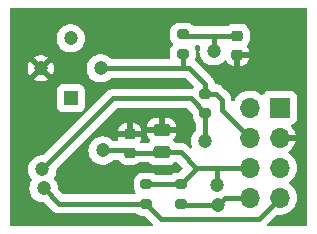
<source format=gbr>
%TF.GenerationSoftware,KiCad,Pcbnew,7.0.2*%
%TF.CreationDate,2023-05-24T09:21:19+02:00*%
%TF.ProjectId,PCB_Ewine,5043425f-4577-4696-9e65-2e6b69636164,rev?*%
%TF.SameCoordinates,Original*%
%TF.FileFunction,Copper,L2,Bot*%
%TF.FilePolarity,Positive*%
%FSLAX46Y46*%
G04 Gerber Fmt 4.6, Leading zero omitted, Abs format (unit mm)*
G04 Created by KiCad (PCBNEW 7.0.2) date 2023-05-24 09:21:19*
%MOMM*%
%LPD*%
G01*
G04 APERTURE LIST*
G04 Aperture macros list*
%AMRoundRect*
0 Rectangle with rounded corners*
0 $1 Rounding radius*
0 $2 $3 $4 $5 $6 $7 $8 $9 X,Y pos of 4 corners*
0 Add a 4 corners polygon primitive as box body*
4,1,4,$2,$3,$4,$5,$6,$7,$8,$9,$2,$3,0*
0 Add four circle primitives for the rounded corners*
1,1,$1+$1,$2,$3*
1,1,$1+$1,$4,$5*
1,1,$1+$1,$6,$7*
1,1,$1+$1,$8,$9*
0 Add four rect primitives between the rounded corners*
20,1,$1+$1,$2,$3,$4,$5,0*
20,1,$1+$1,$4,$5,$6,$7,0*
20,1,$1+$1,$6,$7,$8,$9,0*
20,1,$1+$1,$8,$9,$2,$3,0*%
G04 Aperture macros list end*
%TA.AperFunction,ComponentPad*%
%ADD10R,1.198000X1.198000*%
%TD*%
%TA.AperFunction,ComponentPad*%
%ADD11C,1.198000*%
%TD*%
%TA.AperFunction,ComponentPad*%
%ADD12R,1.700000X1.700000*%
%TD*%
%TA.AperFunction,ComponentPad*%
%ADD13O,1.700000X1.700000*%
%TD*%
%TA.AperFunction,SMDPad,CuDef*%
%ADD14RoundRect,0.225000X0.250000X-0.225000X0.250000X0.225000X-0.250000X0.225000X-0.250000X-0.225000X0*%
%TD*%
%TA.AperFunction,SMDPad,CuDef*%
%ADD15RoundRect,0.200000X0.275000X-0.200000X0.275000X0.200000X-0.275000X0.200000X-0.275000X-0.200000X0*%
%TD*%
%TA.AperFunction,SMDPad,CuDef*%
%ADD16RoundRect,0.225000X-0.250000X0.225000X-0.250000X-0.225000X0.250000X-0.225000X0.250000X0.225000X0*%
%TD*%
%TA.AperFunction,SMDPad,CuDef*%
%ADD17RoundRect,0.250000X0.475000X-0.250000X0.475000X0.250000X-0.475000X0.250000X-0.475000X-0.250000X0*%
%TD*%
%TA.AperFunction,ViaPad*%
%ADD18C,1.200000*%
%TD*%
%TA.AperFunction,Conductor*%
%ADD19C,0.400000*%
%TD*%
G04 APERTURE END LIST*
D10*
%TO.P,M1,1,SCL/VZ*%
%TO.N,/SCL*%
X135000000Y-42680000D03*
D11*
%TO.P,M1,2,SDA/PWM*%
%TO.N,/SDA*%
X137540000Y-40140000D03*
%TO.P,M1,3,VDD*%
%TO.N,/3.6V*%
X135000000Y-37600000D03*
%TO.P,M1,4,VSS*%
%TO.N,/GND*%
X132460000Y-40140000D03*
%TD*%
D12*
%TO.P,J1,1,Pin_1*%
%TO.N,/5V*%
X152700000Y-43480000D03*
D13*
%TO.P,J1,2,Pin_2*%
%TO.N,/SCL*%
X150160000Y-43480000D03*
%TO.P,J1,3,Pin_3*%
%TO.N,/GND*%
X152700000Y-46020000D03*
%TO.P,J1,4,Pin_4*%
%TO.N,/SDA*%
X150160000Y-46020000D03*
%TO.P,J1,5,Pin_5*%
%TO.N,unconnected-(J1-Pin_5-Pad5)*%
X152700000Y-48560000D03*
%TO.P,J1,6,Pin_6*%
%TO.N,/3.3V*%
X150160000Y-48560000D03*
%TO.P,J1,7,Pin_7*%
%TO.N,/GPIO_IRQ*%
X152700000Y-51100000D03*
%TO.P,J1,8,Pin_8*%
%TO.N,/XSHUT*%
X150160000Y-51100000D03*
%TD*%
D14*
%TO.P,C3,1*%
%TO.N,/3.3V*%
X140000000Y-47275000D03*
%TO.P,C3,2*%
%TO.N,/GND*%
X140000000Y-45725000D03*
%TD*%
D15*
%TO.P,R8,1*%
%TO.N,/SDA_VL*%
X146400000Y-43950000D03*
%TO.P,R8,2*%
%TO.N,/SDA*%
X146400000Y-42300000D03*
%TD*%
%TO.P,R1,1*%
%TO.N,/SDA*%
X144500000Y-38925000D03*
%TO.P,R1,2*%
%TO.N,/3.6V*%
X144500000Y-37275000D03*
%TD*%
%TO.P,R3,1*%
%TO.N,/XSHUT*%
X144300000Y-51625000D03*
%TO.P,R3,2*%
%TO.N,/3.3V*%
X144300000Y-49975000D03*
%TD*%
D16*
%TO.P,C1,1*%
%TO.N,/3.6V*%
X149100000Y-37425000D03*
%TO.P,C1,2*%
%TO.N,/GND*%
X149100000Y-38975000D03*
%TD*%
D17*
%TO.P,C2,1*%
%TO.N,/3.3V*%
X142700000Y-47250000D03*
%TO.P,C2,2*%
%TO.N,/GND*%
X142700000Y-45350000D03*
%TD*%
D15*
%TO.P,R4,1*%
%TO.N,/GPIO_IRQ*%
X141400000Y-51625000D03*
%TO.P,R4,2*%
%TO.N,/3.3V*%
X141400000Y-49975000D03*
%TD*%
D18*
%TO.N,/3.6V*%
X147100000Y-38700000D03*
%TO.N,/GND*%
X137700000Y-49200000D03*
X139600000Y-44100000D03*
%TO.N,/3.3V*%
X137700000Y-47100000D03*
X147400000Y-50000000D03*
%TO.N,/XSHUT*%
X147500000Y-51700000D03*
%TO.N,/GPIO_IRQ*%
X132700000Y-50300000D03*
%TO.N,/SDA_VL*%
X132600000Y-48700000D03*
X146400000Y-46300000D03*
%TD*%
D19*
%TO.N,/SDA*%
X147300000Y-42300000D02*
X147800000Y-42800000D01*
X144500000Y-40140000D02*
X143285000Y-40140000D01*
X143285000Y-40140000D02*
X137540000Y-40140000D01*
X146400000Y-41500000D02*
X145040000Y-40140000D01*
X147800000Y-42800000D02*
X147800000Y-43660000D01*
X146400000Y-42300000D02*
X146400000Y-41500000D01*
X147800000Y-43660000D02*
X150160000Y-46020000D01*
X146400000Y-42300000D02*
X147300000Y-42300000D01*
X144500000Y-38925000D02*
X144500000Y-40140000D01*
X145040000Y-40140000D02*
X144500000Y-40140000D01*
%TO.N,/3.6V*%
X147100000Y-37400000D02*
X149075000Y-37400000D01*
X149075000Y-37400000D02*
X149100000Y-37425000D01*
X144625000Y-37400000D02*
X144500000Y-37275000D01*
X147100000Y-38700000D02*
X147100000Y-37400000D01*
X147100000Y-37400000D02*
X144625000Y-37400000D01*
%TO.N,/3.3V*%
X147400000Y-48560000D02*
X150160000Y-48560000D01*
X144300000Y-49975000D02*
X141400000Y-49975000D01*
X137700000Y-47100000D02*
X139825000Y-47100000D01*
X142700000Y-47250000D02*
X144300000Y-47250000D01*
X147400000Y-48560000D02*
X147400000Y-50000000D01*
X145610000Y-48665000D02*
X144300000Y-49975000D01*
X137875000Y-47275000D02*
X137700000Y-47100000D01*
X139825000Y-47100000D02*
X140000000Y-47275000D01*
X142675000Y-47275000D02*
X142700000Y-47250000D01*
X147400000Y-48560000D02*
X145610000Y-48560000D01*
X145610000Y-48560000D02*
X145610000Y-48665000D01*
X140000000Y-47275000D02*
X142675000Y-47275000D01*
X144300000Y-47250000D02*
X145610000Y-48560000D01*
%TO.N,/XSHUT*%
X148100000Y-51100000D02*
X147500000Y-51700000D01*
X144375000Y-51700000D02*
X144300000Y-51625000D01*
X150160000Y-51100000D02*
X148100000Y-51100000D01*
X147500000Y-51700000D02*
X144375000Y-51700000D01*
%TO.N,/GPIO_IRQ*%
X150900000Y-52900000D02*
X142675000Y-52900000D01*
X152700000Y-51100000D02*
X150900000Y-52900000D01*
X134025000Y-51625000D02*
X132700000Y-50300000D01*
X142675000Y-52900000D02*
X141400000Y-51625000D01*
X141400000Y-51625000D02*
X134025000Y-51625000D01*
%TO.N,/SDA_VL*%
X146400000Y-43950000D02*
X145150000Y-42700000D01*
X146400000Y-43950000D02*
X146400000Y-46300000D01*
X132600000Y-48700000D02*
X138600000Y-42700000D01*
X145150000Y-42700000D02*
X138600000Y-42700000D01*
%TD*%
%TA.AperFunction,Conductor*%
%TO.N,/GND*%
G36*
X154941621Y-35020502D02*
G01*
X154988114Y-35074158D01*
X154999500Y-35126500D01*
X154999500Y-53373500D01*
X154979498Y-53441621D01*
X154925842Y-53488114D01*
X154873500Y-53499500D01*
X151736768Y-53499500D01*
X151668647Y-53479498D01*
X151622154Y-53425842D01*
X151612050Y-53355568D01*
X151641544Y-53290988D01*
X151647660Y-53284417D01*
X152364066Y-52568010D01*
X152426377Y-52533987D01*
X152473896Y-52532826D01*
X152543474Y-52544436D01*
X152579806Y-52550500D01*
X152579808Y-52550500D01*
X152820189Y-52550500D01*
X152820192Y-52550500D01*
X153057297Y-52510934D01*
X153284656Y-52432882D01*
X153496067Y-52318472D01*
X153685764Y-52170825D01*
X153848571Y-51993969D01*
X153980049Y-51792728D01*
X154076610Y-51572591D01*
X154135620Y-51339563D01*
X154155471Y-51100000D01*
X154135620Y-50860437D01*
X154076610Y-50627409D01*
X153980049Y-50407272D01*
X153848571Y-50206031D01*
X153685764Y-50029175D01*
X153557613Y-49929431D01*
X153516143Y-49871807D01*
X153512409Y-49800908D01*
X153547599Y-49739246D01*
X153557614Y-49730568D01*
X153562794Y-49726536D01*
X153685764Y-49630825D01*
X153848571Y-49453969D01*
X153980049Y-49252728D01*
X154076610Y-49032591D01*
X154135620Y-48799563D01*
X154155471Y-48560000D01*
X154135620Y-48320437D01*
X154076610Y-48087409D01*
X153980049Y-47867272D01*
X153848571Y-47666031D01*
X153728434Y-47535527D01*
X153685767Y-47489178D01*
X153685766Y-47489177D01*
X153685764Y-47489175D01*
X153496067Y-47341528D01*
X153496064Y-47341526D01*
X153487828Y-47335116D01*
X153489133Y-47333438D01*
X153448352Y-47292962D01*
X153433001Y-47223645D01*
X153457563Y-47157032D01*
X153481322Y-47132731D01*
X153622903Y-47022533D01*
X153775321Y-46856962D01*
X153898419Y-46668548D01*
X153988822Y-46462451D01*
X154036544Y-46274000D01*
X153131116Y-46274000D01*
X153159493Y-46229844D01*
X153200000Y-46091889D01*
X153200000Y-45948111D01*
X153159493Y-45810156D01*
X153131116Y-45766000D01*
X154036544Y-45766000D01*
X154036544Y-45765999D01*
X153988822Y-45577548D01*
X153898419Y-45371451D01*
X153775321Y-45183037D01*
X153699966Y-45101179D01*
X153668545Y-45037514D01*
X153676532Y-44966968D01*
X153721391Y-44911940D01*
X153744445Y-44899435D01*
X153852841Y-44854536D01*
X153852841Y-44854535D01*
X153852843Y-44854535D01*
X153978282Y-44758282D01*
X154024176Y-44698472D01*
X154074536Y-44632841D01*
X154135044Y-44486762D01*
X154150500Y-44369361D01*
X154150499Y-42590640D01*
X154135044Y-42473238D01*
X154074536Y-42327159D01*
X154074535Y-42327156D01*
X153978282Y-42201717D01*
X153852842Y-42105464D01*
X153706761Y-42044955D01*
X153593448Y-42030038D01*
X153593447Y-42030037D01*
X153589361Y-42029500D01*
X153585239Y-42029500D01*
X151814763Y-42029500D01*
X151814747Y-42029500D01*
X151810640Y-42029501D01*
X151806556Y-42030038D01*
X151806550Y-42030039D01*
X151693239Y-42044955D01*
X151547156Y-42105464D01*
X151421717Y-42201717D01*
X151325463Y-42327158D01*
X151319252Y-42342154D01*
X151274703Y-42397434D01*
X151207340Y-42419854D01*
X151138549Y-42402295D01*
X151125454Y-42393366D01*
X150956071Y-42261531D01*
X150956070Y-42261530D01*
X150956067Y-42261528D01*
X150744656Y-42147118D01*
X150744655Y-42147117D01*
X150744652Y-42147116D01*
X150593083Y-42095083D01*
X150517297Y-42069066D01*
X150280192Y-42029500D01*
X150039808Y-42029500D01*
X149802703Y-42069066D01*
X149802700Y-42069066D01*
X149802700Y-42069067D01*
X149575347Y-42147116D01*
X149363931Y-42261529D01*
X149174232Y-42409178D01*
X149011432Y-42586027D01*
X149011430Y-42586029D01*
X149011429Y-42586031D01*
X148930562Y-42709806D01*
X148879949Y-42787275D01*
X148841887Y-42874049D01*
X148796206Y-42928397D01*
X148728394Y-42949421D01*
X148659980Y-42930445D01*
X148612686Y-42877494D01*
X148600500Y-42823435D01*
X148600500Y-42709808D01*
X148600500Y-42709806D01*
X148592003Y-42672581D01*
X148589642Y-42658679D01*
X148585368Y-42620745D01*
X148572757Y-42584705D01*
X148568852Y-42571147D01*
X148560360Y-42533939D01*
X148543799Y-42499549D01*
X148538392Y-42486495D01*
X148525790Y-42450480D01*
X148525789Y-42450478D01*
X148505482Y-42418159D01*
X148498651Y-42405798D01*
X148482093Y-42371416D01*
X148482092Y-42371415D01*
X148482092Y-42371414D01*
X148458292Y-42341570D01*
X148450122Y-42330054D01*
X148429817Y-42297739D01*
X148393606Y-42261528D01*
X148319984Y-42187906D01*
X148319982Y-42187903D01*
X148071719Y-41939641D01*
X147834252Y-41702174D01*
X147834251Y-41702173D01*
X147802262Y-41670184D01*
X147769936Y-41649872D01*
X147758426Y-41641705D01*
X147728584Y-41617907D01*
X147694204Y-41601350D01*
X147681840Y-41594517D01*
X147649520Y-41574209D01*
X147613498Y-41561604D01*
X147600448Y-41556199D01*
X147566058Y-41539638D01*
X147528845Y-41531144D01*
X147515272Y-41527234D01*
X147479253Y-41514631D01*
X147441327Y-41510357D01*
X147427404Y-41507992D01*
X147390194Y-41499500D01*
X147344954Y-41499500D01*
X147321454Y-41499500D01*
X147253333Y-41479498D01*
X147206840Y-41425842D01*
X147198614Y-41401540D01*
X147192008Y-41372600D01*
X147189641Y-41358677D01*
X147185368Y-41320745D01*
X147172762Y-41284720D01*
X147168851Y-41271144D01*
X147160359Y-41233940D01*
X147152851Y-41218349D01*
X147143795Y-41199545D01*
X147138396Y-41186508D01*
X147125789Y-41150478D01*
X147105478Y-41118153D01*
X147098647Y-41105793D01*
X147082091Y-41071413D01*
X147075721Y-41063426D01*
X147058298Y-41041577D01*
X147050122Y-41030054D01*
X147029817Y-40997739D01*
X146972578Y-40940500D01*
X146902262Y-40870184D01*
X145574252Y-39542174D01*
X145574251Y-39542173D01*
X145558276Y-39526198D01*
X145524251Y-39463887D01*
X145528442Y-39395492D01*
X145560368Y-39304255D01*
X145575500Y-39169954D01*
X145575500Y-38680046D01*
X145560368Y-38545745D01*
X145500789Y-38375478D01*
X145500786Y-38375474D01*
X145498212Y-38368116D01*
X145494592Y-38297211D01*
X145529881Y-38235606D01*
X145592874Y-38202859D01*
X145617141Y-38200500D01*
X145827122Y-38200500D01*
X145895243Y-38220502D01*
X145941736Y-38274158D01*
X145951840Y-38344432D01*
X145948312Y-38360982D01*
X145914885Y-38478461D01*
X145907207Y-38561323D01*
X145894357Y-38700000D01*
X145914885Y-38921536D01*
X145914885Y-38921539D01*
X145914886Y-38921540D01*
X145975770Y-39135527D01*
X146060963Y-39306615D01*
X146074942Y-39334689D01*
X146209019Y-39512236D01*
X146373438Y-39662124D01*
X146373440Y-39662125D01*
X146373441Y-39662126D01*
X146562594Y-39779245D01*
X146562598Y-39779246D01*
X146562599Y-39779247D01*
X146770060Y-39859618D01*
X146988757Y-39900500D01*
X146988759Y-39900500D01*
X147211241Y-39900500D01*
X147211243Y-39900500D01*
X147429940Y-39859618D01*
X147637401Y-39779247D01*
X147637402Y-39779245D01*
X147637405Y-39779245D01*
X147757581Y-39704835D01*
X147826562Y-39662124D01*
X147990981Y-39512236D01*
X147990982Y-39512234D01*
X147999609Y-39504370D01*
X148002387Y-39507417D01*
X148041714Y-39478222D01*
X148112549Y-39473441D01*
X148174725Y-39507714D01*
X148192515Y-39530306D01*
X148271111Y-39657731D01*
X148392268Y-39778888D01*
X148538114Y-39868847D01*
X148700761Y-39922743D01*
X148797971Y-39932674D01*
X148804361Y-39933000D01*
X148846000Y-39933000D01*
X148846000Y-39229000D01*
X149354000Y-39229000D01*
X149354000Y-39933000D01*
X149395639Y-39933000D01*
X149402028Y-39932674D01*
X149499238Y-39922743D01*
X149661885Y-39868847D01*
X149807731Y-39778888D01*
X149928888Y-39657731D01*
X150018847Y-39511885D01*
X150072743Y-39349238D01*
X150082674Y-39252028D01*
X150083000Y-39245638D01*
X150083000Y-39229000D01*
X149354000Y-39229000D01*
X148846000Y-39229000D01*
X148846000Y-38847000D01*
X148866002Y-38778879D01*
X148919658Y-38732386D01*
X148972000Y-38721000D01*
X150083000Y-38721000D01*
X150083000Y-38704361D01*
X150082674Y-38697971D01*
X150072743Y-38600761D01*
X150018847Y-38438115D01*
X149959958Y-38342641D01*
X149941221Y-38274162D01*
X149962480Y-38206423D01*
X149968981Y-38197569D01*
X150049653Y-38097210D01*
X150129433Y-37936349D01*
X150172766Y-37762100D01*
X150175500Y-37721784D01*
X150175500Y-37128216D01*
X150172766Y-37087900D01*
X150129433Y-36913651D01*
X150049653Y-36752790D01*
X150049651Y-36752787D01*
X149937159Y-36612840D01*
X149797212Y-36500348D01*
X149636348Y-36420566D01*
X149462096Y-36377233D01*
X149423930Y-36374645D01*
X149423914Y-36374644D01*
X149421784Y-36374500D01*
X148778216Y-36374500D01*
X148776086Y-36374644D01*
X148776069Y-36374645D01*
X148737903Y-36377233D01*
X148563651Y-36420566D01*
X148402787Y-36500348D01*
X148314015Y-36571706D01*
X148248389Y-36598795D01*
X148235075Y-36599500D01*
X147152031Y-36599500D01*
X147137925Y-36598708D01*
X147100000Y-36594435D01*
X147062075Y-36598708D01*
X147047969Y-36599500D01*
X145483769Y-36599500D01*
X145415648Y-36579498D01*
X145394674Y-36562595D01*
X145277263Y-36445184D01*
X145124521Y-36349210D01*
X144954257Y-36289632D01*
X144823463Y-36274895D01*
X144823456Y-36274894D01*
X144819954Y-36274500D01*
X144180046Y-36274500D01*
X144176544Y-36274894D01*
X144176536Y-36274895D01*
X144045742Y-36289632D01*
X143875478Y-36349210D01*
X143722736Y-36445184D01*
X143595184Y-36572736D01*
X143499210Y-36725478D01*
X143439632Y-36895742D01*
X143431735Y-36965836D01*
X143424500Y-37030046D01*
X143424500Y-37519954D01*
X143424894Y-37523456D01*
X143424895Y-37523463D01*
X143439632Y-37654257D01*
X143499210Y-37824521D01*
X143595184Y-37977263D01*
X143628826Y-38010905D01*
X143662852Y-38073217D01*
X143657787Y-38144032D01*
X143628826Y-38189095D01*
X143595184Y-38222736D01*
X143499210Y-38375478D01*
X143439632Y-38545742D01*
X143437877Y-38561323D01*
X143424500Y-38680046D01*
X143424500Y-39169954D01*
X143424894Y-39173456D01*
X143424895Y-39173463D01*
X143425483Y-39178677D01*
X143427717Y-39198510D01*
X143427817Y-39199392D01*
X143415568Y-39269324D01*
X143367455Y-39321532D01*
X143302609Y-39339500D01*
X138491184Y-39339500D01*
X138423063Y-39319498D01*
X138406298Y-39306615D01*
X138346419Y-39252028D01*
X138265957Y-39178677D01*
X138196268Y-39135527D01*
X138076955Y-39061651D01*
X137973309Y-39021499D01*
X137869665Y-38981347D01*
X137651150Y-38940500D01*
X137428850Y-38940500D01*
X137210335Y-38981347D01*
X137003044Y-39061651D01*
X136814044Y-39178676D01*
X136649760Y-39328441D01*
X136515796Y-39505836D01*
X136416707Y-39704835D01*
X136355872Y-39918645D01*
X136335361Y-40140000D01*
X136355872Y-40361354D01*
X136416707Y-40575164D01*
X136515796Y-40774163D01*
X136582778Y-40862860D01*
X136649761Y-40951560D01*
X136814043Y-41101323D01*
X137003046Y-41218349D01*
X137210335Y-41298653D01*
X137428850Y-41339500D01*
X137428852Y-41339500D01*
X137651148Y-41339500D01*
X137651150Y-41339500D01*
X137869665Y-41298653D01*
X138076954Y-41218349D01*
X138265957Y-41101323D01*
X138406298Y-40973384D01*
X138470116Y-40942274D01*
X138491184Y-40940500D01*
X143240046Y-40940500D01*
X144447969Y-40940500D01*
X144462075Y-40941292D01*
X144500000Y-40945565D01*
X144537924Y-40941292D01*
X144552031Y-40940500D01*
X144656232Y-40940500D01*
X144724353Y-40960502D01*
X144745327Y-40977405D01*
X145374152Y-41606230D01*
X145408178Y-41668542D01*
X145403291Y-41736868D01*
X145403899Y-41737081D01*
X145403115Y-41739319D01*
X145403113Y-41739357D01*
X145403076Y-41739430D01*
X145376349Y-41815809D01*
X145334970Y-41873500D01*
X145268969Y-41899661D01*
X145254390Y-41898694D01*
X145254390Y-41899500D01*
X138509804Y-41899500D01*
X138472595Y-41907992D01*
X138458677Y-41910357D01*
X138439751Y-41912490D01*
X138420740Y-41914632D01*
X138384717Y-41927237D01*
X138371148Y-41931147D01*
X138333938Y-41939641D01*
X138299558Y-41956197D01*
X138286512Y-41961601D01*
X138250477Y-41974211D01*
X138218152Y-41994521D01*
X138205792Y-42001352D01*
X138171412Y-42017909D01*
X138141573Y-42041704D01*
X138130056Y-42049876D01*
X138097736Y-42070185D01*
X132705327Y-47462595D01*
X132643015Y-47496621D01*
X132616232Y-47499500D01*
X132488757Y-47499500D01*
X132342958Y-47526754D01*
X132270059Y-47540382D01*
X132062594Y-47620754D01*
X131873441Y-47737873D01*
X131709018Y-47887765D01*
X131574942Y-48065310D01*
X131475770Y-48264472D01*
X131414886Y-48478459D01*
X131414885Y-48478464D01*
X131394357Y-48700000D01*
X131414885Y-48921536D01*
X131414885Y-48921539D01*
X131414886Y-48921540D01*
X131475770Y-49135527D01*
X131574942Y-49334689D01*
X131692437Y-49490278D01*
X131717527Y-49556694D01*
X131702727Y-49626130D01*
X131692440Y-49642138D01*
X131674943Y-49665309D01*
X131575770Y-49864472D01*
X131528908Y-50029178D01*
X131514885Y-50078464D01*
X131494357Y-50300000D01*
X131514885Y-50521536D01*
X131514885Y-50521539D01*
X131514886Y-50521540D01*
X131575770Y-50735527D01*
X131656186Y-50897023D01*
X131674942Y-50934689D01*
X131809019Y-51112236D01*
X131973438Y-51262124D01*
X131973440Y-51262125D01*
X131973441Y-51262126D01*
X132162594Y-51379245D01*
X132162598Y-51379246D01*
X132162599Y-51379247D01*
X132370060Y-51459618D01*
X132588757Y-51500500D01*
X132716232Y-51500500D01*
X132784353Y-51520502D01*
X132805327Y-51537405D01*
X133522738Y-52254816D01*
X133555054Y-52275122D01*
X133566577Y-52283298D01*
X133588426Y-52300721D01*
X133596413Y-52307091D01*
X133630801Y-52323651D01*
X133643156Y-52330479D01*
X133675478Y-52350789D01*
X133711499Y-52363393D01*
X133724542Y-52368795D01*
X133758939Y-52385360D01*
X133796153Y-52393853D01*
X133809705Y-52397757D01*
X133845745Y-52410368D01*
X133883679Y-52414642D01*
X133897581Y-52417003D01*
X133934806Y-52425500D01*
X133980046Y-52425500D01*
X140541231Y-52425500D01*
X140609352Y-52445502D01*
X140614439Y-52449601D01*
X140622737Y-52454815D01*
X140622738Y-52454816D01*
X140712046Y-52510932D01*
X140775478Y-52550789D01*
X140824698Y-52568012D01*
X140945745Y-52610368D01*
X141080046Y-52625500D01*
X141216232Y-52625500D01*
X141284353Y-52645502D01*
X141305327Y-52662405D01*
X141927327Y-53284405D01*
X141961353Y-53346717D01*
X141956288Y-53417532D01*
X141913741Y-53474368D01*
X141847221Y-53499179D01*
X141838232Y-53499500D01*
X129976500Y-53499500D01*
X129908379Y-53479498D01*
X129861886Y-53425842D01*
X129850500Y-53373500D01*
X129850500Y-43314251D01*
X133800500Y-43314251D01*
X133800501Y-43318360D01*
X133801038Y-43322444D01*
X133801039Y-43322449D01*
X133815955Y-43435760D01*
X133876464Y-43581843D01*
X133972717Y-43707282D01*
X134098157Y-43803535D01*
X134098158Y-43803535D01*
X134098159Y-43803536D01*
X134244238Y-43864044D01*
X134361639Y-43879500D01*
X135638360Y-43879499D01*
X135755762Y-43864044D01*
X135901841Y-43803536D01*
X135901841Y-43803535D01*
X135901843Y-43803535D01*
X136027282Y-43707282D01*
X136123535Y-43581842D01*
X136123534Y-43581842D01*
X136123536Y-43581841D01*
X136184044Y-43435762D01*
X136199500Y-43318361D01*
X136199499Y-42041640D01*
X136184044Y-41924238D01*
X136123536Y-41778159D01*
X136123535Y-41778156D01*
X136027282Y-41652717D01*
X135901842Y-41556464D01*
X135755761Y-41495955D01*
X135642448Y-41481038D01*
X135642447Y-41481037D01*
X135638361Y-41480500D01*
X135634239Y-41480500D01*
X134365763Y-41480500D01*
X134365747Y-41480500D01*
X134361640Y-41480501D01*
X134357556Y-41481038D01*
X134357550Y-41481039D01*
X134244239Y-41495955D01*
X134098156Y-41556464D01*
X133972717Y-41652717D01*
X133876464Y-41778157D01*
X133815955Y-41924238D01*
X133803624Y-42017909D01*
X133800500Y-42041639D01*
X133800500Y-42045759D01*
X133800500Y-42045760D01*
X133800500Y-43314236D01*
X133800500Y-43314251D01*
X129850500Y-43314251D01*
X129850500Y-41081487D01*
X131877721Y-41081487D01*
X131964452Y-41135190D01*
X132155756Y-41209301D01*
X132357423Y-41247000D01*
X132562577Y-41247000D01*
X132764243Y-41209301D01*
X132955548Y-41135189D01*
X133042276Y-41081488D01*
X132460000Y-40499210D01*
X132459999Y-40499210D01*
X131877721Y-41081487D01*
X129850500Y-41081487D01*
X129850500Y-40140000D01*
X131348257Y-40140000D01*
X131367187Y-40344279D01*
X131423330Y-40541605D01*
X131514779Y-40725260D01*
X131515101Y-40725685D01*
X131515102Y-40725686D01*
X132039955Y-40200833D01*
X132115000Y-40200833D01*
X132156612Y-40315161D01*
X132234817Y-40408362D01*
X132340183Y-40469195D01*
X132429817Y-40485000D01*
X132490183Y-40485000D01*
X132579817Y-40469195D01*
X132685183Y-40408362D01*
X132763388Y-40315161D01*
X132805000Y-40200833D01*
X132805000Y-40139999D01*
X132819210Y-40139999D01*
X133404896Y-40725685D01*
X133405224Y-40725253D01*
X133496668Y-40541609D01*
X133552812Y-40344279D01*
X133571742Y-40140000D01*
X133552812Y-39935720D01*
X133496669Y-39738392D01*
X133405221Y-39554743D01*
X133404895Y-39554312D01*
X132819210Y-40139998D01*
X132819210Y-40139999D01*
X132805000Y-40139999D01*
X132805000Y-40079167D01*
X132763388Y-39964839D01*
X132685183Y-39871638D01*
X132579817Y-39810805D01*
X132490183Y-39795000D01*
X132429817Y-39795000D01*
X132340183Y-39810805D01*
X132234817Y-39871638D01*
X132156612Y-39964839D01*
X132115000Y-40079167D01*
X132115000Y-40200833D01*
X132039955Y-40200833D01*
X132100789Y-40139999D01*
X131515102Y-39554312D01*
X131514777Y-39554744D01*
X131423330Y-39738392D01*
X131367187Y-39935720D01*
X131348257Y-40140000D01*
X129850500Y-40140000D01*
X129850500Y-39198511D01*
X131877721Y-39198511D01*
X132459999Y-39780789D01*
X132460000Y-39780789D01*
X133042277Y-39198511D01*
X132955547Y-39144809D01*
X132764243Y-39070698D01*
X132562577Y-39033000D01*
X132357423Y-39033000D01*
X132155756Y-39070698D01*
X131964449Y-39144810D01*
X131877721Y-39198510D01*
X131877721Y-39198511D01*
X129850500Y-39198511D01*
X129850500Y-37600000D01*
X133795361Y-37600000D01*
X133815872Y-37821354D01*
X133876707Y-38035164D01*
X133975796Y-38234163D01*
X133998685Y-38264472D01*
X134109761Y-38411560D01*
X134274043Y-38561323D01*
X134463046Y-38678349D01*
X134670335Y-38758653D01*
X134888850Y-38799500D01*
X134888852Y-38799500D01*
X135111148Y-38799500D01*
X135111150Y-38799500D01*
X135329665Y-38758653D01*
X135536954Y-38678349D01*
X135725957Y-38561323D01*
X135890239Y-38411560D01*
X136024205Y-38234161D01*
X136123292Y-38035166D01*
X136184128Y-37821352D01*
X136204639Y-37600000D01*
X136184128Y-37378648D01*
X136123292Y-37164834D01*
X136024205Y-36965839D01*
X135890239Y-36788440D01*
X135725957Y-36638677D01*
X135630380Y-36579498D01*
X135536955Y-36521651D01*
X135339569Y-36445184D01*
X135329665Y-36441347D01*
X135111150Y-36400500D01*
X134888850Y-36400500D01*
X134670334Y-36441346D01*
X134670335Y-36441347D01*
X134463044Y-36521651D01*
X134274044Y-36638676D01*
X134109760Y-36788441D01*
X133975796Y-36965836D01*
X133876707Y-37164835D01*
X133815872Y-37378645D01*
X133795361Y-37600000D01*
X129850500Y-37600000D01*
X129850500Y-35126500D01*
X129870502Y-35058379D01*
X129924158Y-35011886D01*
X129976500Y-35000500D01*
X154873500Y-35000500D01*
X154941621Y-35020502D01*
G37*
%TD.AperFunction*%
%TA.AperFunction,Conductor*%
G36*
X144834353Y-43520502D02*
G01*
X144855327Y-43537405D01*
X145287595Y-43969673D01*
X145321621Y-44031985D01*
X145324500Y-44058768D01*
X145324500Y-44194954D01*
X145324894Y-44198456D01*
X145324895Y-44198463D01*
X145339632Y-44329257D01*
X145399210Y-44499521D01*
X145428255Y-44545745D01*
X145495184Y-44652262D01*
X145562596Y-44719674D01*
X145596620Y-44781984D01*
X145599500Y-44808768D01*
X145599500Y-45349644D01*
X145579498Y-45417765D01*
X145558387Y-45442758D01*
X145509018Y-45487764D01*
X145374942Y-45665310D01*
X145275770Y-45864472D01*
X145216343Y-46073339D01*
X145214885Y-46078464D01*
X145194357Y-46300000D01*
X145214885Y-46521536D01*
X145214885Y-46521539D01*
X145214886Y-46521540D01*
X145275770Y-46735528D01*
X145286701Y-46757480D01*
X145299159Y-46827375D01*
X145271852Y-46892910D01*
X145213449Y-46933278D01*
X145142492Y-46935662D01*
X145084815Y-46902737D01*
X144802264Y-46620186D01*
X144802263Y-46620186D01*
X144802262Y-46620184D01*
X144769936Y-46599872D01*
X144758426Y-46591705D01*
X144728584Y-46567907D01*
X144694204Y-46551350D01*
X144681840Y-46544517D01*
X144649520Y-46524209D01*
X144613498Y-46511604D01*
X144600448Y-46506199D01*
X144566058Y-46489638D01*
X144528845Y-46481144D01*
X144515272Y-46477234D01*
X144479253Y-46464631D01*
X144441327Y-46460357D01*
X144427404Y-46457992D01*
X144390194Y-46449500D01*
X144344954Y-46449500D01*
X143884079Y-46449500D01*
X143815958Y-46429498D01*
X143785873Y-46402441D01*
X143779938Y-46395058D01*
X143707555Y-46336875D01*
X143666992Y-46278607D01*
X143664371Y-46207659D01*
X143697400Y-46149573D01*
X143773634Y-46073339D01*
X143866659Y-45922522D01*
X143922393Y-45754327D01*
X143932674Y-45653692D01*
X143933000Y-45647302D01*
X143933000Y-45604000D01*
X141467000Y-45604000D01*
X141467000Y-45647302D01*
X141467325Y-45653692D01*
X141477606Y-45754327D01*
X141533340Y-45922522D01*
X141626365Y-46073339D01*
X141702599Y-46149572D01*
X141736624Y-46211884D01*
X141731560Y-46282700D01*
X141692445Y-46336873D01*
X141620059Y-46395059D01*
X141594030Y-46427441D01*
X141535762Y-46468003D01*
X141495825Y-46474500D01*
X141013464Y-46474500D01*
X140945343Y-46454498D01*
X140898850Y-46400842D01*
X140888746Y-46330568D01*
X140906222Y-46282355D01*
X140918846Y-46261886D01*
X140972743Y-46099238D01*
X140982674Y-46002028D01*
X140983000Y-45995638D01*
X140983000Y-45979000D01*
X139017000Y-45979000D01*
X139017000Y-45995638D01*
X139017325Y-46002028D01*
X139027256Y-46099236D01*
X139038732Y-46133866D01*
X139041173Y-46204820D01*
X139004866Y-46265831D01*
X138941337Y-46297527D01*
X138919128Y-46299500D01*
X138652667Y-46299500D01*
X138584546Y-46279498D01*
X138567785Y-46266618D01*
X138426562Y-46137876D01*
X138426559Y-46137874D01*
X138426558Y-46137873D01*
X138237405Y-46020754D01*
X138029940Y-45940382D01*
X137934398Y-45922522D01*
X137811243Y-45899500D01*
X137588757Y-45899500D01*
X137465602Y-45922522D01*
X137370059Y-45940382D01*
X137162594Y-46020754D01*
X136973441Y-46137873D01*
X136809018Y-46287765D01*
X136674942Y-46465310D01*
X136575770Y-46664472D01*
X136514886Y-46878459D01*
X136514885Y-46878464D01*
X136512636Y-46902737D01*
X136495208Y-47090821D01*
X136494357Y-47100000D01*
X136514885Y-47321536D01*
X136514885Y-47321539D01*
X136514886Y-47321540D01*
X136575770Y-47535527D01*
X136640752Y-47666026D01*
X136674942Y-47734689D01*
X136809019Y-47912236D01*
X136973438Y-48062124D01*
X136973440Y-48062125D01*
X136973441Y-48062126D01*
X137162594Y-48179245D01*
X137162598Y-48179246D01*
X137162599Y-48179247D01*
X137370060Y-48259618D01*
X137588757Y-48300500D01*
X137588759Y-48300500D01*
X137811241Y-48300500D01*
X137811243Y-48300500D01*
X138029940Y-48259618D01*
X138237401Y-48179247D01*
X138237402Y-48179245D01*
X138237405Y-48179245D01*
X138385733Y-48087404D01*
X138426562Y-48062124D01*
X138567782Y-47933384D01*
X138631598Y-47902274D01*
X138652667Y-47900500D01*
X138952422Y-47900500D01*
X139020543Y-47920502D01*
X139050628Y-47947560D01*
X139162840Y-48087159D01*
X139302787Y-48199651D01*
X139302788Y-48199651D01*
X139302790Y-48199653D01*
X139463651Y-48279433D01*
X139637900Y-48322766D01*
X139678216Y-48325500D01*
X139680361Y-48325500D01*
X140319639Y-48325500D01*
X140321784Y-48325500D01*
X140362100Y-48322766D01*
X140536349Y-48279433D01*
X140697210Y-48199653D01*
X140817086Y-48103293D01*
X140882711Y-48076205D01*
X140896026Y-48075500D01*
X141539071Y-48075500D01*
X141607192Y-48095502D01*
X141618011Y-48103294D01*
X141712501Y-48179247D01*
X141764247Y-48220842D01*
X141929979Y-48303037D01*
X142109505Y-48347683D01*
X142151046Y-48350500D01*
X142153191Y-48350500D01*
X143246809Y-48350500D01*
X143248954Y-48350500D01*
X143290495Y-48347683D01*
X143470021Y-48303037D01*
X143635753Y-48220842D01*
X143779940Y-48104940D01*
X143785873Y-48097558D01*
X143844142Y-48056997D01*
X143884079Y-48050500D01*
X143916232Y-48050500D01*
X143984353Y-48070502D01*
X144005321Y-48087399D01*
X144441329Y-48523407D01*
X144475352Y-48585716D01*
X144470288Y-48656531D01*
X144441327Y-48701594D01*
X144205325Y-48937596D01*
X144143015Y-48971620D01*
X144116232Y-48974500D01*
X143980046Y-48974500D01*
X143976544Y-48974894D01*
X143976536Y-48974895D01*
X143845742Y-48989632D01*
X143675478Y-49049210D01*
X143510717Y-49152737D01*
X143508642Y-49149435D01*
X143468014Y-49171621D01*
X143441231Y-49174500D01*
X142258769Y-49174500D01*
X142190648Y-49154498D01*
X142185560Y-49150398D01*
X142024521Y-49049210D01*
X141854257Y-48989632D01*
X141723463Y-48974895D01*
X141723456Y-48974894D01*
X141719954Y-48974500D01*
X141080046Y-48974500D01*
X141076544Y-48974894D01*
X141076536Y-48974895D01*
X140945742Y-48989632D01*
X140775478Y-49049210D01*
X140622736Y-49145184D01*
X140495184Y-49272736D01*
X140399210Y-49425478D01*
X140339632Y-49595742D01*
X140331794Y-49665311D01*
X140324500Y-49730046D01*
X140324500Y-50219954D01*
X140324894Y-50223456D01*
X140324895Y-50223463D01*
X140339632Y-50354257D01*
X140399210Y-50524521D01*
X140466407Y-50631464D01*
X140485713Y-50699785D01*
X140465017Y-50767699D01*
X140410890Y-50813642D01*
X140359720Y-50824500D01*
X134408768Y-50824500D01*
X134340647Y-50804498D01*
X134319673Y-50787595D01*
X133941229Y-50409151D01*
X133907203Y-50346839D01*
X133904862Y-50308427D01*
X133905643Y-50300000D01*
X133898771Y-50225842D01*
X133885115Y-50078464D01*
X133824229Y-49864472D01*
X133725058Y-49665311D01*
X133607561Y-49509720D01*
X133582472Y-49443306D01*
X133597272Y-49373869D01*
X133607563Y-49357856D01*
X133608511Y-49356599D01*
X133625058Y-49334689D01*
X133724229Y-49135528D01*
X133785115Y-48921536D01*
X133805643Y-48700000D01*
X133804861Y-48691570D01*
X133818492Y-48621894D01*
X133841226Y-48590850D01*
X136961077Y-45471000D01*
X139017000Y-45471000D01*
X139746000Y-45471000D01*
X139746000Y-44767000D01*
X140254000Y-44767000D01*
X140254000Y-45471000D01*
X140983000Y-45471000D01*
X140983000Y-45454361D01*
X140982674Y-45447971D01*
X140972743Y-45350761D01*
X140918847Y-45188114D01*
X140862030Y-45096000D01*
X141467000Y-45096000D01*
X142446000Y-45096000D01*
X142446000Y-44342000D01*
X142954000Y-44342000D01*
X142954000Y-45096000D01*
X143933000Y-45096000D01*
X143933000Y-45052697D01*
X143932674Y-45046307D01*
X143922393Y-44945672D01*
X143866659Y-44777477D01*
X143773632Y-44626657D01*
X143648342Y-44501367D01*
X143497522Y-44408340D01*
X143329327Y-44352606D01*
X143228692Y-44342325D01*
X143222303Y-44342000D01*
X142954000Y-44342000D01*
X142446000Y-44342000D01*
X142177697Y-44342000D01*
X142171307Y-44342325D01*
X142070672Y-44352606D01*
X141902477Y-44408340D01*
X141751657Y-44501367D01*
X141626367Y-44626657D01*
X141533340Y-44777477D01*
X141477606Y-44945672D01*
X141467325Y-45046307D01*
X141467000Y-45052697D01*
X141467000Y-45096000D01*
X140862030Y-45096000D01*
X140828888Y-45042268D01*
X140707731Y-44921111D01*
X140561885Y-44831152D01*
X140399238Y-44777256D01*
X140302028Y-44767325D01*
X140295639Y-44767000D01*
X140254000Y-44767000D01*
X139746000Y-44767000D01*
X139704361Y-44767000D01*
X139697971Y-44767325D01*
X139600761Y-44777256D01*
X139438114Y-44831152D01*
X139292268Y-44921111D01*
X139171111Y-45042268D01*
X139081152Y-45188114D01*
X139027256Y-45350761D01*
X139017325Y-45447971D01*
X139017000Y-45454361D01*
X139017000Y-45471000D01*
X136961077Y-45471000D01*
X138894672Y-43537405D01*
X138956985Y-43503379D01*
X138983768Y-43500500D01*
X144766232Y-43500500D01*
X144834353Y-43520502D01*
G37*
%TD.AperFunction*%
%TD*%
M02*

</source>
